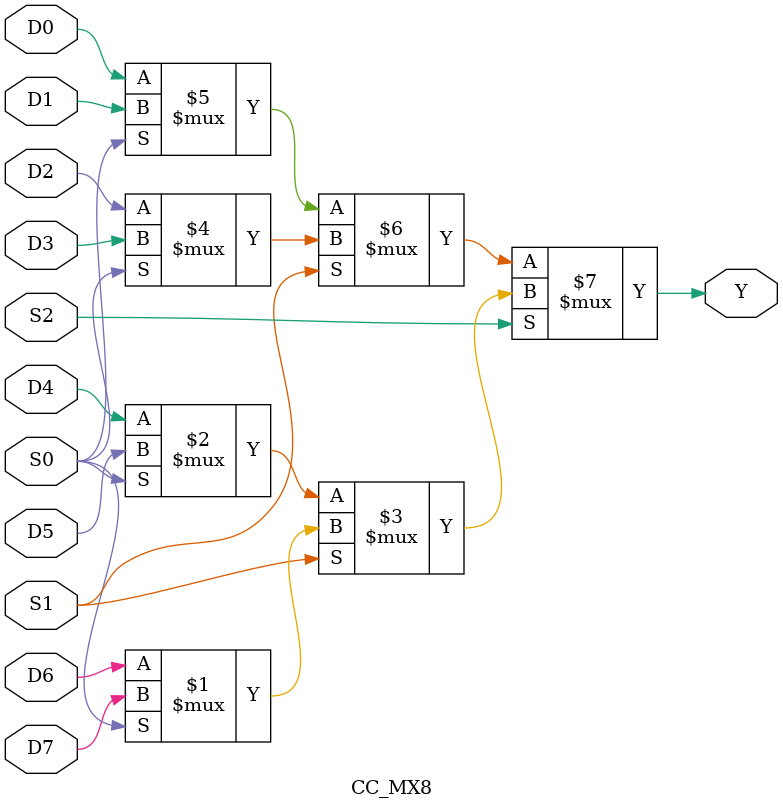
<source format=v>
module CC_MX8 (
	input  D0, D1, D2, D3,
	input  D4, D5, D6, D7,
	input  S0, S1, S2,
	output Y
);
	assign Y = S2 ? (S1 ? (S0 ? D7 : D6) :
						  (S0 ? D5 : D4)) :
					(S1 ? (S0 ? D3 : D2) :
						  (S0 ? D1 : D0));
endmodule
</source>
